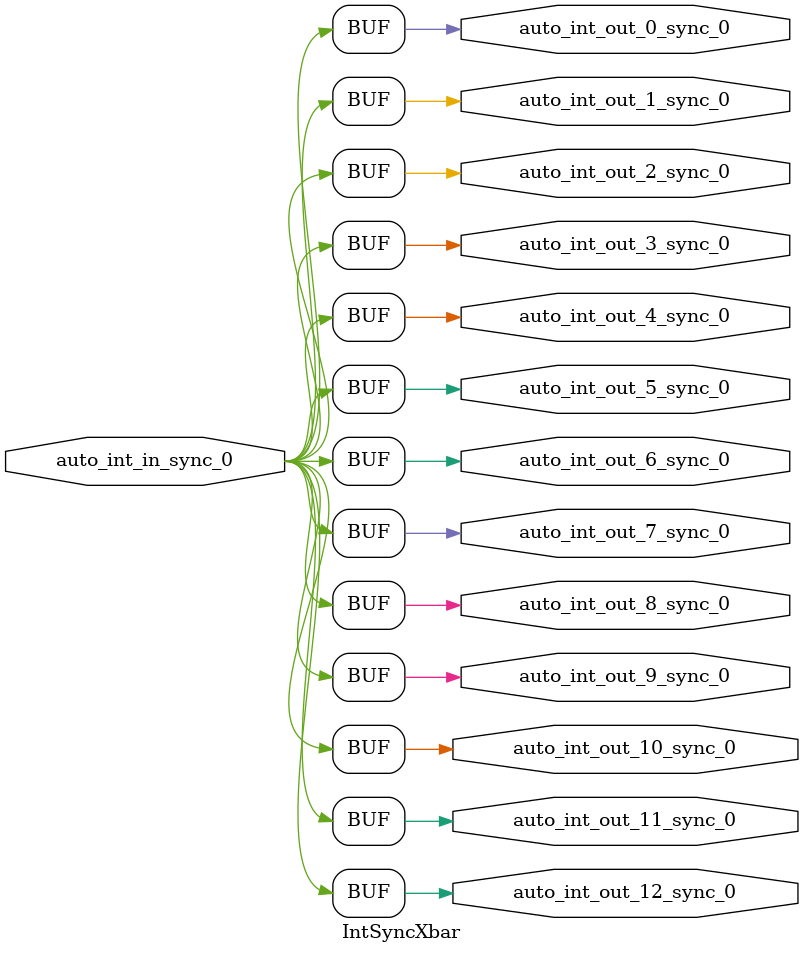
<source format=sv>
`ifndef RANDOMIZE
  `ifdef RANDOMIZE_REG_INIT
    `define RANDOMIZE
  `endif // RANDOMIZE_REG_INIT
`endif // not def RANDOMIZE
`ifndef RANDOMIZE
  `ifdef RANDOMIZE_MEM_INIT
    `define RANDOMIZE
  `endif // RANDOMIZE_MEM_INIT
`endif // not def RANDOMIZE

`ifndef RANDOM
  `define RANDOM $random
`endif // not def RANDOM

// Users can define 'PRINTF_COND' to add an extra gate to prints.
`ifndef PRINTF_COND_
  `ifdef PRINTF_COND
    `define PRINTF_COND_ (`PRINTF_COND)
  `else  // PRINTF_COND
    `define PRINTF_COND_ 1
  `endif // PRINTF_COND
`endif // not def PRINTF_COND_

// Users can define 'ASSERT_VERBOSE_COND' to add an extra gate to assert error printing.
`ifndef ASSERT_VERBOSE_COND_
  `ifdef ASSERT_VERBOSE_COND
    `define ASSERT_VERBOSE_COND_ (`ASSERT_VERBOSE_COND)
  `else  // ASSERT_VERBOSE_COND
    `define ASSERT_VERBOSE_COND_ 1
  `endif // ASSERT_VERBOSE_COND
`endif // not def ASSERT_VERBOSE_COND_

// Users can define 'STOP_COND' to add an extra gate to stop conditions.
`ifndef STOP_COND_
  `ifdef STOP_COND
    `define STOP_COND_ (`STOP_COND)
  `else  // STOP_COND
    `define STOP_COND_ 1
  `endif // STOP_COND
`endif // not def STOP_COND_

// Users can define INIT_RANDOM as general code that gets injected into the
// initializer block for modules with registers.
`ifndef INIT_RANDOM
  `define INIT_RANDOM
`endif // not def INIT_RANDOM

// If using random initialization, you can also define RANDOMIZE_DELAY to
// customize the delay used, otherwise 0.002 is used.
`ifndef RANDOMIZE_DELAY
  `define RANDOMIZE_DELAY 0.002
`endif // not def RANDOMIZE_DELAY

// Define INIT_RANDOM_PROLOG_ for use in our modules below.
`ifndef INIT_RANDOM_PROLOG_
  `ifdef RANDOMIZE
    `ifdef VERILATOR
      `define INIT_RANDOM_PROLOG_ `INIT_RANDOM
    `else  // VERILATOR
      `define INIT_RANDOM_PROLOG_ `INIT_RANDOM #`RANDOMIZE_DELAY begin end
    `endif // VERILATOR
  `else  // RANDOMIZE
    `define INIT_RANDOM_PROLOG_
  `endif // RANDOMIZE
`endif // not def INIT_RANDOM_PROLOG_

module IntSyncXbar(
  input  auto_int_in_sync_0,
  output auto_int_out_12_sync_0,
         auto_int_out_11_sync_0,
         auto_int_out_10_sync_0,
         auto_int_out_9_sync_0,
         auto_int_out_8_sync_0,
         auto_int_out_7_sync_0,
         auto_int_out_6_sync_0,
         auto_int_out_5_sync_0,
         auto_int_out_4_sync_0,
         auto_int_out_3_sync_0,
         auto_int_out_2_sync_0,
         auto_int_out_1_sync_0,
         auto_int_out_0_sync_0
);

  assign auto_int_out_12_sync_0 = auto_int_in_sync_0;
  assign auto_int_out_11_sync_0 = auto_int_in_sync_0;
  assign auto_int_out_10_sync_0 = auto_int_in_sync_0;
  assign auto_int_out_9_sync_0 = auto_int_in_sync_0;
  assign auto_int_out_8_sync_0 = auto_int_in_sync_0;
  assign auto_int_out_7_sync_0 = auto_int_in_sync_0;
  assign auto_int_out_6_sync_0 = auto_int_in_sync_0;
  assign auto_int_out_5_sync_0 = auto_int_in_sync_0;
  assign auto_int_out_4_sync_0 = auto_int_in_sync_0;
  assign auto_int_out_3_sync_0 = auto_int_in_sync_0;
  assign auto_int_out_2_sync_0 = auto_int_in_sync_0;
  assign auto_int_out_1_sync_0 = auto_int_in_sync_0;
  assign auto_int_out_0_sync_0 = auto_int_in_sync_0;
endmodule


</source>
